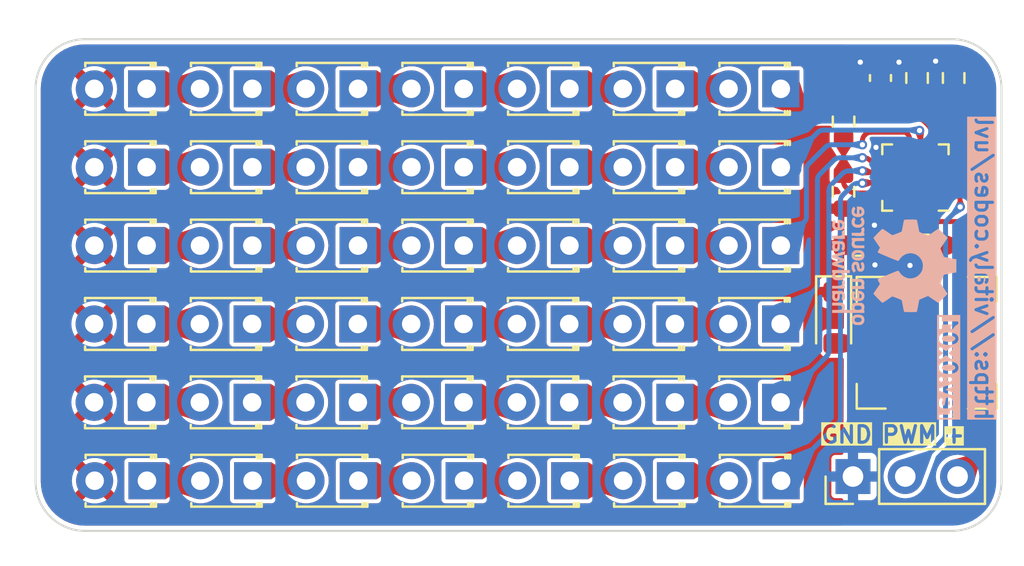
<source format=kicad_pcb>
(kicad_pcb (version 20221018) (generator pcbnew)
  (title_block (title "uvl") (date "2023-04-04") (rev "0x01"))
  (layers (0 "F.Cu" signal) (31 "B.Cu" signal) (34 "B.Paste" user) (35 "F.Paste" user) (36 "B.SilkS" user "B.Silkscreen") (37 "F.SilkS" user "F.Silkscreen") (38 "B.Mask" user) (39 "F.Mask" user) (44 "Edge.Cuts" user))
  (net 0 "")
  (net 1 "GND")
  (net 2 "Net-(U1-COMP)")
  (net 3 "Net-(D1-K)")
  (net 4 "Net-(D1-A)")
  (net 5 "Net-(D2-A)")
  (net 6 "Net-(D3-A)")
  (net 7 "Net-(D4-A)")
  (net 8 "Net-(D5-A)")
  (net 9 "Net-(D6-A)")
  (net 10 "Net-(D8-K)")
  (net 11 "Net-(D8-A)")
  (net 12 "Net-(D10-K)")
  (net 13 "Net-(D10-A)")
  (net 14 "Net-(D11-A)")
  (net 15 "Net-(D12-A)")
  (net 16 "Net-(D13-A)")
  (net 17 "Net-(D15-K)")
  (net 18 "Net-(D15-A)")
  (net 19 "Net-(D16-A)")
  (net 20 "Net-(D17-A)")
  (net 21 "Net-(D18-A)")
  (net 22 "Net-(D19-A)")
  (net 23 "Net-(D20-A)")
  (net 24 "Net-(D22-K)")
  (net 25 "Net-(D22-A)")
  (net 26 "Net-(D23-A)")
  (net 27 "Net-(D24-A)")
  (net 28 "Net-(D25-A)")
  (net 29 "Net-(D26-A)")
  (net 30 "Net-(D27-A)")
  (net 31 "Net-(D29-K)")
  (net 32 "Net-(D29-A)")
  (net 33 "Net-(D30-A)")
  (net 34 "Net-(D31-A)")
  (net 35 "Net-(D32-A)")
  (net 36 "Net-(D33-A)")
  (net 37 "Net-(D34-A)")
  (net 38 "Net-(D36-K)")
  (net 39 "Net-(D36-A)")
  (net 40 "Net-(D37-A)")
  (net 41 "Net-(D38-A)")
  (net 42 "Net-(D39-A)")
  (net 43 "Net-(D40-A)")
  (net 44 "Net-(D41-A)")
  (net 45 "Net-(D43-A)")
  (net 46 "Net-(J1-Pin_2)")
  (net 47 "Net-(U1-ISET)")
  (net 48 "Net-(U1-MODE)")
  (net 49 "Net-(U1-OVP)")
  (net 51 "/LED_SWITCH")
  (net 52 "/V_IN")
  (footprint "LED_THT:LED_D1.8mm_W3.3mm_H2.4mm" (layer "F.Cu") (at 87.683028 77.2414 180)
    (fp_text reference "D6" hide)
    (fp_text value "LED")
    (pad "1" thru_hole rect (at 0 0 180) (size 1.8 1.8) (drill 0.9) (layers "*.Cu" "*.Mask") (net 8 "Net-(D5-A)"))
    (pad "2" thru_hole circle (at 2.54 0 180) (size 1.8 1.8) (drill 0.9) (layers "*.Cu" "*.Mask") (net 9 "Net-(D6-A)"))
  )
  (footprint "LED_THT:LED_D1.8mm_W3.3mm_H2.4mm" (layer "F.Cu") (at 103.067683 65.8114 180)
    (fp_text reference "D24" hide)
    (fp_text value "LED")
    (pad "1" thru_hole rect (at 0 0 180) (size 1.8 1.8) (drill 0.9) (layers "*.Cu" "*.Mask") (net 26 "Net-(D23-A)"))
    (pad "2" thru_hole circle (at 2.54 0 180) (size 1.8 1.8) (drill 0.9) (layers "*.Cu" "*.Mask") (net 27 "Net-(D24-A)"))
  )
  (footprint "Resistor_SMD:R_0603_1608Metric" (layer "F.Cu") (at 119.952535 57.664269 90)
    (fp_text reference "R1" hide)
    (fp_text value "50K")
    (pad "1" smd roundrect (at -0.825 0 90) (size 0.8 0.95) (layers "F.Cu" "F.Paste" "F.Mask") (net 47 "Net-(U1-ISET)"))
    (pad "2" smd roundrect (at 0.825 0 90) (size 0.8 0.95) (layers "F.Cu" "F.Paste" "F.Mask") (net 1 "GND"))
  )
  (footprint "Capacitor_SMD:C_0603_1608Metric" (layer "F.Cu") (at 118.175292 57.664269 90)
    (fp_text reference "C2" hide)
    (fp_text value "0.47uF")
    (pad "1" smd roundrect (at -0.775 0 90) (size 0.9 0.95) (layers "F.Cu" "F.Paste" "F.Mask") (net 2 "Net-(U1-COMP)"))
    (pad "2" smd roundrect (at 0.775 0 90) (size 0.9 0.95) (layers "F.Cu" "F.Paste" "F.Mask") (net 1 "GND"))
  )
  (footprint "Resistor_SMD:R_0603_1608Metric" (layer "F.Cu") (at 116.3828 59.7784 -90)
    (fp_text reference "R4" hide)
    (fp_text value "65K")
    (pad "1" smd roundrect (at -0.825 0 270) (size 0.8 0.95) (layers "F.Cu" "F.Paste" "F.Mask") (net 1 "GND"))
    (pad "2" smd roundrect (at 0.825 0 270) (size 0.8 0.95) (layers "F.Cu" "F.Paste" "F.Mask") (net 49 "Net-(U1-OVP)"))
  )
  (footprint "LED_THT:LED_D1.8mm_W3.3mm_H2.4mm" (layer "F.Cu") (at 103.058302 69.6214 180)
    (fp_text reference "D17" hide)
    (fp_text value "LED")
    (pad "1" thru_hole rect (at 0 0 180) (size 1.8 1.8) (drill 0.9) (layers "*.Cu" "*.Mask") (net 19 "Net-(D16-A)"))
    (pad "2" thru_hole circle (at 2.54 0 180) (size 1.8 1.8) (drill 0.9) (layers "*.Cu" "*.Mask") (net 20 "Net-(D17-A)"))
  )
  (footprint "LED_THT:LED_D1.8mm_W3.3mm_H2.4mm" (layer "F.Cu") (at 82.549472 77.2414 180)
    (fp_text reference "D7" hide)
    (fp_text value "LED")
    (pad "1" thru_hole rect (at 0 0 180) (size 1.8 1.8) (drill 0.9) (layers "*.Cu" "*.Mask") (net 9 "Net-(D6-A)"))
    (pad "2" thru_hole circle (at 2.54 0 180) (size 1.8 1.8) (drill 0.9) (layers "*.Cu" "*.Mask") (net 51 "/LED_SWITCH"))
  )
  (footprint "LED_THT:LED_D1.8mm_W3.3mm_H2.4mm" (layer "F.Cu") (at 82.533459 62.0014 180)
    (fp_text reference "D35" hide)
    (fp_text value "LED")
    (pad "1" thru_hole rect (at 0 0 180) (size 1.8 1.8) (drill 0.9) (layers "*.Cu" "*.Mask") (net 37 "Net-(D34-A)"))
    (pad "2" thru_hole circle (at 2.54 0 180) (size 1.8 1.8) (drill 0.9) (layers "*.Cu" "*.Mask") (net 51 "/LED_SWITCH"))
  )
  (footprint "LED_THT:LED_D1.8mm_W3.3mm_H2.4mm" (layer "F.Cu") (at 82.533459 65.8114 180)
    (fp_text reference "D28" hide)
    (fp_text value "LED")
    (pad "1" thru_hole rect (at 0 0 180) (size 1.8 1.8) (drill 0.9) (layers "*.Cu" "*.Mask") (net 30 "Net-(D27-A)"))
    (pad "2" thru_hole circle (at 2.54 0 180) (size 1.8 1.8) (drill 0.9) (layers "*.Cu" "*.Mask") (net 51 "/LED_SWITCH"))
  )
  (footprint "Inductor_SMD:L_Bourns-SRN6028" (layer "F.Cu") (at 120.4214 70.5358 180)
    (fp_text reference "L1" hide)
    (fp_text value "10uH")
    (pad "1" smd rect (at -2.35 0 180) (size 1.6 5.7) (layers "F.Cu" "F.Paste" "F.Mask") (net 52 "/V_IN"))
    (pad "2" smd rect (at 2.35 0 180) (size 1.6 5.7) (layers "F.Cu" "F.Paste" "F.Mask") (net 45 "Net-(D43-A)"))
  )
  (footprint "LED_THT:LED_D1.8mm_W3.3mm_H2.4mm" (layer "F.Cu") (at 108.217252 77.2414 180)
    (fp_text reference "D2" hide)
    (fp_text value "LED")
    (pad "1" thru_hole rect (at 0 0 180) (size 1.8 1.8) (drill 0.9) (layers "*.Cu" "*.Mask") (net 4 "Net-(D1-A)"))
    (pad "2" thru_hole circle (at 2.54 0 180) (size 1.8 1.8) (drill 0.9) (layers "*.Cu" "*.Mask") (net 5 "Net-(D2-A)"))
  )
  (footprint "LED_THT:LED_D1.8mm_W3.3mm_H2.4mm" (layer "F.Cu") (at 103.083696 77.2414 180)
    (fp_text reference "D3" hide)
    (fp_text value "LED")
    (pad "1" thru_hole rect (at 0 0 180) (size 1.8 1.8) (drill 0.9) (layers "*.Cu" "*.Mask") (net 5 "Net-(D2-A)"))
    (pad "2" thru_hole circle (at 2.54 0 180) (size 1.8 1.8) (drill 0.9) (layers "*.Cu" "*.Mask") (net 6 "Net-(D3-A)"))
  )
  (footprint "LED_THT:LED_D1.8mm_W3.3mm_H2.4mm" (layer "F.Cu") (at 92.800571 62.0014 180)
    (fp_text reference "D33" hide)
    (fp_text value "LED")
    (pad "1" thru_hole rect (at 0 0 180) (size 1.8 1.8) (drill 0.9) (layers "*.Cu" "*.Mask") (net 35 "Net-(D32-A)"))
    (pad "2" thru_hole circle (at 2.54 0 180) (size 1.8 1.8) (drill 0.9) (layers "*.Cu" "*.Mask") (net 36 "Net-(D33-A)"))
  )
  (footprint "LED_THT:LED_D1.8mm_W3.3mm_H2.4mm" (layer "F.Cu") (at 92.816584 77.2414 180)
    (fp_text reference "D5" hide)
    (fp_text value "LED")
    (pad "1" thru_hole rect (at 0 0 180) (size 1.8 1.8) (drill 0.9) (layers "*.Cu" "*.Mask") (net 7 "Net-(D4-A)"))
    (pad "2" thru_hole circle (at 2.54 0 180) (size 1.8 1.8) (drill 0.9) (layers "*.Cu" "*.Mask") (net 8 "Net-(D5-A)"))
  )
  (footprint "LED_THT:LED_D1.8mm_W3.3mm_H2.4mm" (layer "F.Cu") (at 97.95014 77.2414 180)
    (fp_text reference "D4" hide)
    (fp_text value "LED")
    (pad "1" thru_hole rect (at 0 0 180) (size 1.8 1.8) (drill 0.9) (layers "*.Cu" "*.Mask") (net 6 "Net-(D3-A)"))
    (pad "2" thru_hole circle (at 2.54 0 180) (size 1.8 1.8) (drill 0.9) (layers "*.Cu" "*.Mask") (net 7 "Net-(D4-A)"))
  )
  (footprint "LED_THT:LED_D1.8mm_W3.3mm_H2.4mm" (layer "F.Cu") (at 113.325419 69.6214 180)
    (fp_text reference "D15" hide)
    (fp_text value "LED")
    (pad "1" thru_hole rect (at 0 0 180) (size 1.8 1.8) (drill 0.9) (layers "*.Cu" "*.Mask") (net 17 "Net-(D15-K)"))
    (pad "2" thru_hole circle (at 2.54 0 180) (size 1.8 1.8) (drill 0.9) (layers "*.Cu" "*.Mask") (net 18 "Net-(D15-A)"))
  )
  (footprint "LED_THT:LED_D1.8mm_W3.3mm_H2.4mm" (layer "F.Cu") (at 92.800571 65.8114 180)
    (fp_text reference "D26" hide)
    (fp_text value "LED")
    (pad "1" thru_hole rect (at 0 0 180) (size 1.8 1.8) (drill 0.9) (layers "*.Cu" "*.Mask") (net 28 "Net-(D25-A)"))
    (pad "2" thru_hole circle (at 2.54 0 180) (size 1.8 1.8) (drill 0.9) (layers "*.Cu" "*.Mask") (net 29 "Net-(D26-A)"))
  )
  (footprint "Capacitor_SMD:C_0603_1608Metric" (layer "F.Cu") (at 117.127084 65.794917)
    (fp_text reference "C3" hide)
    (fp_text value "10uF")
    (pad "1" smd roundrect (at -0.775 0) (size 0.9 0.95) (layers "F.Cu" "F.Paste" "F.Mask") (net 51 "/LED_SWITCH"))
    (pad "2" smd roundrect (at 0.775 0) (size 0.9 0.95) (layers "F.Cu" "F.Paste" "F.Mask") (net 1 "GND"))
  )
  (footprint "LED_THT:LED_D1.8mm_W3.3mm_H2.4mm" (layer "F.Cu") (at 108.201239 62.0014 180)
    (fp_text reference "D30" hide)
    (fp_text value "LED")
    (pad "1" thru_hole rect (at 0 0 180) (size 1.8 1.8) (drill 0.9) (layers "*.Cu" "*.Mask") (net 32 "Net-(D29-A)"))
    (pad "2" thru_hole circle (at 2.54 0 180) (size 1.8 1.8) (drill 0.9) (layers "*.Cu" "*.Mask") (net 33 "Net-(D30-A)"))
  )
  (footprint "LED_THT:LED_D1.8mm_W3.3mm_H2.4mm" (layer "F.Cu") (at 108.201239 65.8114 180)
    (fp_text reference "D23" hide)
    (fp_text value "LED")
    (pad "1" thru_hole rect (at 0 0 180) (size 1.8 1.8) (drill 0.9) (layers "*.Cu" "*.Mask") (net 25 "Net-(D22-A)"))
    (pad "2" thru_hole circle (at 2.54 0 180) (size 1.8 1.8) (drill 0.9) (layers "*.Cu" "*.Mask") (net 26 "Net-(D23-A)"))
  )
  (footprint "LED_THT:LED_D1.8mm_W3.3mm_H2.4mm" (layer "F.Cu") (at 97.934127 58.1914 180)
    (fp_text reference "D39" hide)
    (fp_text value "LED")
    (pad "1" thru_hole rect (at 0 0 180) (size 1.8 1.8) (drill 0.9) (layers "*.Cu" "*.Mask") (net 41 "Net-(D38-A)"))
    (pad "2" thru_hole circle (at 2.54 0 180) (size 1.8 1.8) (drill 0.9) (layers "*.Cu" "*.Mask") (net 42 "Net-(D39-A)"))
  )
  (footprint "Resistor_SMD:R_0603_1608Metric" (layer "F.Cu") (at 121.729777 57.664269 90)
    (fp_text reference "R2" hide)
    (fp_text value "1M")
    (pad "1" smd roundrect (at -0.825 0 90) (size 0.8 0.95) (layers "F.Cu" "F.Paste" "F.Mask") (net 48 "Net-(U1-MODE)"))
    (pad "2" smd roundrect (at 0.825 0 90) (size 0.8 0.95) (layers "F.Cu" "F.Paste" "F.Mask") (net 1 "GND"))
  )
  (footprint "LED_THT:LED_D1.8mm_W3.3mm_H2.4mm" (layer "F.Cu") (at 103.067683 62.0014 180)
    (fp_text reference "D31" hide)
    (fp_text value "LED")
    (pad "1" thru_hole rect (at 0 0 180) (size 1.8 1.8) (drill 0.9) (layers "*.Cu" "*.Mask") (net 33 "Net-(D30-A)"))
    (pad "2" thru_hole circle (at 2.54 0 180) (size 1.8 1.8) (drill 0.9) (layers "*.Cu" "*.Mask") (net 34 "Net-(D31-A)"))
  )
  (footprint "LED_THT:LED_D1.8mm_W3.3mm_H2.4mm" (layer "F.Cu") (at 82.524078 73.4314 180)
    (fp_text reference "D14" hide)
    (fp_text value "LED")
    (pad "1" thru_hole rect (at 0 0 180) (size 1.8 1.8) (drill 0.9) (layers "*.Cu" "*.Mask") (net 16 "Net-(D13-A)"))
    (pad "2" thru_hole circle (at 2.54 0 180) (size 1.8 1.8) (drill 0.9) (layers "*.Cu" "*.Mask") (net 51 "/LED_SWITCH"))
  )
  (footprint "LED_THT:LED_D1.8mm_W3.3mm_H2.4mm" (layer "F.Cu") (at 97.934127 65.8114 180)
    (fp_text reference "D25" hide)
    (fp_text value "LED")
    (pad "1" thru_hole rect (at 0 0 180) (size 1.8 1.8) (drill 0.9) (layers "*.Cu" "*.Mask") (net 27 "Net-(D24-A)"))
    (pad "2" thru_hole circle (at 2.54 0 180) (size 1.8 1.8) (drill 0.9) (layers "*.Cu" "*.Mask") (net 28 "Net-(D25-A)"))
  )
  (footprint "LED_THT:LED_D1.8mm_W3.3mm_H2.4mm" (layer "F.Cu") (at 108.191858 69.6214 180)
    (fp_text reference "D16" hide)
    (fp_text value "LED")
    (pad "1" thru_hole rect (at 0 0 180) (size 1.8 1.8) (drill 0.9) (layers "*.Cu" "*.Mask") (net 18 "Net-(D15-A)"))
    (pad "2" thru_hole circle (at 2.54 0 180) (size 1.8 1.8) (drill 0.9) (layers "*.Cu" "*.Mask") (net 19 "Net-(D16-A)"))
  )
  (footprint "LED_THT:LED_D1.8mm_W3.3mm_H2.4mm" (layer "F.Cu") (at 113.3348 62.0014 180)
    (fp_text reference "D29" hide)
    (fp_text value "LED")
    (pad "1" thru_hole rect (at 0 0 180) (size 1.8 1.8) (drill 0.9) (layers "*.Cu" "*.Mask") (net 31 "Net-(D29-K)"))
    (pad "2" thru_hole circle (at 2.54 0 180) (size 1.8 1.8) (drill 0.9) (layers "*.Cu" "*.Mask") (net 32 "Net-(D29-A)"))
  )
  (footprint "LED_THT:LED_D1.8mm_W3.3mm_H2.4mm" (layer "F.Cu") (at 97.924746 73.4314 180)
    (fp_text reference "D11" hide)
    (fp_text value "LED")
    (pad "1" thru_hole rect (at 0 0 180) (size 1.8 1.8) (drill 0.9) (layers "*.Cu" "*.Mask") (net 13 "Net-(D10-A)"))
    (pad "2" thru_hole circle (at 2.54 0 180) (size 1.8 1.8) (drill 0.9) (layers "*.Cu" "*.Mask") (net 14 "Net-(D11-A)"))
  )
  (footprint "LED_THT:LED_D1.8mm_W3.3mm_H2.4mm" (layer "F.Cu") (at 108.201239 58.1914 180)
    (fp_text reference "D37" hide)
    (fp_text value "LED")
    (pad "1" thru_hole rect (at 0 0 180) (size 1.8 1.8) (drill 0.9) (layers "*.Cu" "*.Mask") (net 39 "Net-(D36-A)"))
    (pad "2" thru_hole circle (at 2.54 0 180) (size 1.8 1.8) (drill 0.9) (layers "*.Cu" "*.Mask") (net 40 "Net-(D37-A)"))
  )
  (footprint "LED_THT:LED_D1.8mm_W3.3mm_H2.4mm" (layer "F.Cu") (at 113.325419 73.4314 180)
    (fp_text reference "D8" hide)
    (fp_text value "LED")
    (pad "1" thru_hole rect (at 0 0 180) (size 1.8 1.8) (drill 0.9) (layers "*.Cu" "*.Mask") (net 10 "Net-(D8-K)"))
    (pad "2" thru_hole circle (at 2.54 0 180) (size 1.8 1.8) (drill 0.9) (layers "*.Cu" "*.Mask") (net 11 "Net-(D8-A)"))
  )
  (footprint "LED_THT:LED_D1.8mm_W3.3mm_H2.4mm" (layer "F.Cu") (at 103.067683 58.1914 180)
    (fp_text reference "D38" hide)
    (fp_text value "LED")
    (pad "1" thru_hole rect (at 0 0 180) (size 1.8 1.8) (drill 0.9) (layers "*.Cu" "*.Mask") (net 40 "Net-(D37-A)"))
    (pad "2" thru_hole circle (at 2.54 0 180) (size 1.8 1.8) (drill 0.9) (layers "*.Cu" "*.Mask") (net 41 "Net-(D38-A)"))
  )
  (footprint "LED_THT:LED_D1.8mm_W3.3mm_H2.4mm" (layer "F.Cu") (at 87.667015 62.0014 180)
    (fp_text reference "D34" hide)
    (fp_text value "LED")
    (pad "1" thru_hole rect (at 0 0 180) (size 1.8 1.8) (drill 0.9) (layers "*.Cu" "*.Mask") (net 36 "Net-(D33-A)"))
    (pad "2" thru_hole circle (at 2.54 0 180) (size 1.8 1.8) (drill 0.9) (layers "*.Cu" "*.Mask") (net 37 "Net-(D34-A)"))
  )
  (footprint "LED_THT:LED_D1.8mm_W3.3mm_H2.4mm" (layer "F.Cu") (at 113.3348 65.8114 180)
    (fp_text reference "D22" hide)
    (fp_text value "LED")
    (pad "1" thru_hole rect (at 0 0 180) (size 1.8 1.8) (drill 0.9) (layers "*.Cu" "*.Mask") (net 24 "Net-(D22-K)"))
    (pad "2" thru_hole circle (at 2.54 0 180) (size 1.8 1.8) (drill 0.9) (layers "*.Cu" "*.Mask") (net 25 "Net-(D22-A)"))
  )
  (footprint "LED_THT:LED_D1.8mm_W3.3mm_H2.4mm" (layer "F.Cu") (at 87.657634 69.6214 180)
    (fp_text reference "D20" hide)
    (fp_text value "LED")
    (pad "1" thru_hole rect (at 0 0 180) (size 1.8 1.8) (drill 0.9) (layers "*.Cu" "*.Mask") (net 22 "Net-(D19-A)"))
    (pad "2" thru_hole circle (at 2.54 0 180) (size 1.8 1.8) (drill 0.9) (layers "*.Cu" "*.Mask") (net 23 "Net-(D20-A)"))
  )
  (footprint "LED_THT:LED_D1.8mm_W3.3mm_H2.4mm" (layer "F.Cu") (at 97.934127 62.0014 180)
    (fp_text reference "D32" hide)
    (fp_text value "LED")
    (pad "1" thru_hole rect (at 0 0 180) (size 1.8 1.8) (drill 0.9) (layers "*.Cu" "*.Mask") (net 34 "Net-(D31-A)"))
    (pad "2" thru_hole circle (at 2.54 0 180) (size 1.8 1.8) (drill 0.9) (layers "*.Cu" "*.Mask") (net 35 "Net-(D32-A)"))
  )
  (footprint "LED_THT:LED_D1.8mm_W3.3mm_H2.4mm" (layer "F.Cu") (at 92.79119 73.4314 180)
    (fp_text reference "D12" hide)
    (fp_text value "LED")
    (pad "1" thru_hole rect (at 0 0 180) (size 1.8 1.8) (drill 0.9) (layers "*.Cu" "*.Mask") (net 14 "Net-(D11-A)"))
    (pad "2" thru_hole circle (at 2.54 0 180) (size 1.8 1.8) (drill 0.9) (layers "*.Cu" "*.Mask") (net 15 "Net-(D12-A)"))
  )
  (footprint "LED_THT:LED_D1.8mm_W3.3mm_H2.4mm" (layer "F.Cu") (at 87.667015 58.1914 180)
    (fp_text reference "D41" hide)
    (fp_text value "LED")
    (pad "1" thru_hole rect (at 0 0 180) (size 1.8 1.8) (drill 0.9) (layers "*.Cu" "*.Mask") (net 43 "Net-(D40-A)"))
    (pad "2" thru_hole circle (at 2.54 0 180) (size 1.8 1.8) (drill 0.9) (layers "*.Cu" "*.Mask") (net 44 "Net-(D41-A)"))
  )
  (footprint "LED_THT:LED_D1.8mm_W3.3mm_H2.4mm" (layer "F.Cu") (at 97.924746 69.6214 180)
    (fp_text reference "D18" hide)
    (fp_text value "LED")
    (pad "1" thru_hole rect (at 0 0 180) (size 1.8 1.8) (drill 0.9) (layers "*.Cu" "*.Mask") (net 20 "Net-(D17-A)"))
    (pad "2" thru_hole circle (at 2.54 0 180) (size 1.8 1.8) (drill 0.9) (layers "*.Cu" "*.Mask") (net 21 "Net-(D18-A)"))
  )
  (footprint "LED_THT:LED_D1.8mm_W3.3mm_H2.4mm" (layer "F.Cu") (at 92.79119 69.6214 180)
    (fp_text reference "D19" hide)
    (fp_text value "LED")
    (pad "1" thru_hole rect (at 0 0 180) (size 1.8 1.8) (drill 0.9) (layers "*.Cu" "*.Mask") (net 21 "Net-(D18-A)"))
    (pad "2" thru_hole circle (at 2.54 0 180) (size 1.8 1.8) (drill 0.9) (layers "*.Cu" "*.Mask") (net 22 "Net-(D19-A)"))
  )
  (footprint "LED_THT:LED_D1.8mm_W3.3mm_H2.4mm" (layer "F.Cu") (at 113.3348 58.1914 180)
    (fp_text reference "D36" hide)
    (fp_text value "LED")
    (pad "1" thru_hole rect (at 0 0 180) (size 1.8 1.8) (drill 0.9) (layers "*.Cu" "*.Mask") (net 38 "Net-(D36-K)"))
    (pad "2" thru_hole circle (at 2.54 0 180) (size 1.8 1.8) (drill 0.9) (layers "*.Cu" "*.Mask") (net 39 "Net-(D36-A)"))
  )
  (footprint "Package_DFN_QFN:QFN-16-1EP_3x3mm_P0.5mm_EP1.7x1.7mm" (layer "F.Cu") (at 119.872584 62.504917 180)
    (fp_text reference "U1" hide)
    (fp_text value "KTD3156B")
    (pad "1" smd roundrect (at -1.4625 -0.75 180) (size 0.825 0.25) (layers "F.Cu" "F.Paste" "F.Mask") (net 46 "Net-(J1-Pin_2)"))
    (pad "2" smd roundrect (at -1.4625 -0.25 180) (size 0.825 0.25) (layers "F.Cu" "F.Paste" "F.Mask"))
    (pad "3" smd roundrect (at -1.4625 0.25 180) (size 0.825 0.25) (layers "F.Cu" "F.Paste" "F.Mask") (net 47 "Net-(U1-ISET)"))
    (pad "4" smd roundrect (at -1.4625 0.75 180) (size 0.825 0.25) (layers "F.Cu" "F.Paste" "F.Mask") (net 2 "Net-(U1-COMP)"))
    (pad "5" smd roundrect (at -0.75 1.4625 180) (size 0.25 0.825) (layers "F.Cu" "F.Paste" "F.Mask") (net 38 "Net-(D36-K)"))
    (pad "6" smd roundrect (at -0.25 1.4625 180) (size 0.25 0.825) (layers "F.Cu" "F.Paste" "F.Mask") (net 31 "Net-(D29-K)"))
    (pad "7" smd roundrect (at 0.25 1.4625 180) (size 0.25 0.825) (layers "F.Cu" "F.Paste" "F.Mask") (net 24 "Net-(D22-K)"))
    (pad "8" smd roundrect (at 0.75 1.4625 180) (size 0.25 0.825) (layers "F.Cu" "F.Paste" "F.Mask") (net 1 "GND"))
    (pad "9" smd roundrect (at 1.4625 0.75 180) (size 0.825 0.25) (layers "F.Cu" "F.Paste" "F.Mask") (net 17 "Net-(D15-K)"))
    (pad "10" smd roundrect (at 1.4625 0.25 180) (size 0.825 0.25) (layers "F.Cu" "F.Paste" "F.Mask") (net 10 "Net-(D8-K)"))
    (pad "11" smd roundrect (at 1.4625 -0.25 180) (size 0.825 0.25) (layers "F.Cu" "F.Paste" "F.Mask") (net 3 "Net-(D1-K)"))
    (pad "12" smd roundrect (at 1.4625 -0.75 180) (size 0.825 0.25) (layers "F.Cu" "F.Paste" "F.Mask") (net 49 "Net-(U1-OVP)"))
    (pad "13" smd roundrect (at 0.75 -1.4625 180) (size 0.25 0.825) (layers "F.Cu" "F.Paste" "F.Mask") (net 1 "GND"))
    (pad "14" smd roundrect (at 0.25 -1.4625 180) (size 0.25 0.825) (layers "F.Cu" "F.Paste" "F.Mask") (net 45 "Net-(D43-A)"))
    (pad "15" smd roundrect (at -0.25 -1.4625 180) (size 0.25 0.825) (layers "F.Cu" "F.Paste" "F.Mask") (net 52 "/V_IN"))
    (pad "16" smd roundrect (at -0.75 -1.4625 180) (size 0.25 0.825) (layers "F.Cu" "F.Paste" "F.Mask") (net 48 "Net-(U1-MODE)"))
    (pad "17" smd rect (at 0 0 180) (size 1.7 1.7) (layers "F.Cu" "F.Mask") (net 1 "GND"))
  )
  (footprint "LED_THT:LED_D1.8mm_W3.3mm_H2.4mm" (layer "F.Cu") (at 103.058302 73.4314 180)
    (fp_text reference "D10" hide)
    (fp_text value "LED")
    (pad "1" thru_hole rect (at 0 0 180) (size 1.8 1.8) (drill 0.9) (layers "*.Cu" "*.Mask") (net 12 "Net-(D10-K)"))
    (pad "2" thru_hole circle (at 2.54 0 180) (size 1.8 1.8) (drill 0.9) (layers "*.Cu" "*.Mask") (net 13 "Net-(D10-A)"))
  )
  (footprint "LED_THT:LED_D1.8mm_W3.3mm_H2.4mm" (layer "F.Cu") (at 87.657634 73.4314 180)
    (fp_text reference "D13" hide)
    (fp_text value "LED")
    (pad "1" thru_hole rect (at 0 0 180) (size 1.8 1.8) (drill 0.9) (layers "*.Cu" "*.Mask") (net 15 "Net-(D12-A)"))
    (pad "2" thru_hole circle (at 2.54 0 180) (size 1.8 1.8) (drill 0.9) (layers "*.Cu" "*.Mask") (net 16 "Net-(D13-A)"))
  )
  (footprint "LED_THT:LED_D1.8mm_W3.3mm_H2.4mm" (layer "F.Cu") (at 108.191858 73.4314 180)
    (fp_text reference "D9" hide)
    (fp_text value "LED")
    (pad "1" thru_hole rect (at 0 0 180) (size 1.8 1.8) (drill 0.9) (layers "*.Cu" "*.Mask") (net 11 "Net-(D8-A)"))
    (pad "2" thru_hole circle (at 2.54 0 180) (size 1.8 1.8) (drill 0.9) (layers "*.Cu" "*.Mask") (net 12 "Net-(D10-K)"))
  )
  (footprint "LED_THT:LED_D1.8mm_W3.3mm_H2.4mm" (layer "F.Cu") (at 92.800571 58.1914 180)
    (fp_text reference "D40" hide)
    (fp_text value "LED")
    (pad "1" thru_hole rect (at 0 0 180) (size 1.8 1.8) (drill 0.9) (layers "*.Cu" "*.Mask") (net 42 "Net-(D39-A)"))
    (pad "2" thru_hole circle (at 2.54 0 180) (size 1.8 1.8) (drill 0.9) (layers "*.Cu" "*.Mask") (net 43 "Net-(D40-A)"))
  )
  (footprint "Diode_SMD:D_SOD-323_HandSoldering" (layer "F.Cu") (at 115.9002 69.3166 -90)
    (fp_text reference "D43" hide)
    (fp_text value "CUS05F40")
    (pad "1" smd roundrect (at -1.25 0 270) (size 1 1) (layers "F.Cu" "F.Paste" "F.Mask") (net 51 "/LED_SWITCH"))
    (pad "2" smd roundrect (at 1.25 0 270) (size 1 1) (layers "F.Cu" "F.Paste" "F.Mask") (net 45 "Net-(D43-A)"))
  )
  (footprint "LED_THT:LED_D1.8mm_W3.3mm_H2.4mm" (layer "F.Cu") (at 113.350813 77.2414 180)
    (fp_text reference "D1" hide)
    (fp_text value "LED")
    (pad "1" thru_hole rect (at 0 0 180) (size 1.8 1.8) (drill 0.9) (layers "*.Cu" "*.Mask") (net 3 "Net-(D1-K)"))
    (pad "2" thru_hole circle (at 2.54 0 180) (size 1.8 1.8) (drill 0.9) (layers "*.Cu" "*.Mask") (net 4 "Net-(D1-A)"))
  )
  (footprint "LED_THT:LED_D1.8mm_W3.3mm_H2.4mm" (layer "F.Cu") (at 82.524078 69.6214 180)
    (fp_text reference "D21" hide)
    (fp_text value "LED")
    (pad "1" thru_hole rect (at 0 0 180) (size 1.8 1.8) (drill 0.9) (layers "*.Cu" "*.Mask") (net 23 "Net-(D20-A)"))
    (pad "2" thru_hole circle (at 2.54 0 180) (size 1.8 1.8) (drill 0.9) (layers "*.Cu" "*.Mask") (net 51 "/LED_SWITCH"))
  )
  (footprint "LED_THT:LED_D1.8mm_W3.3mm_H2.4mm" (layer "F.Cu") (at 82.533459 58.1914 180)
    (fp_text reference "D42" hide)
    (fp_text value "LED")
    (pad "1" thru_hole rect (at 0 0 180) (size 1.8 1.8) (drill 0.9) (layers "*.Cu" "*.Mask") (net 44 "Net-(D41-A)"))
    (pad "2" thru_hole circle (at 2.54 0 180) (size 1.8 1.8) (drill 0.9) (layers "*.Cu" "*.Mask") (net 51 "/LED_SWITCH"))
  )
  (footprint "LED_THT:LED_D1.8mm_W3.3mm_H2.4mm" (layer "F.Cu") (at 87.667015 65.8114 180)
    (fp_text reference "D27" hide)
    (fp_text value "LED")
    (pad "1" thru_hole rect (at 0 0 180) (size 1.8 1.8) (drill 0.9) (layers "*.Cu" "*.Mask") (net 29 "Net-(D26-A)"))
    (pad "2" thru_hole circle (at 2.54 0 180) (size 1.8 1.8) (drill 0.9) (layers "*.Cu" "*.Mask") (net 30 "Net-(D27-A)"))
  )
  (footprint "Capacitor_SMD:C_0603_1608Metric" (layer "F.Cu") (at 120.396 65.794917 180)
    (fp_text reference "C1" hide)
    (fp_text value "10uF")
    (pad "1" smd roundrect (at -0.775 0 180) (size 0.9 0.95) (layers "F.Cu" "F.Paste" "F.Mask") (net 52 "/V_IN"))
    (pad "2" smd roundrect (at 0.775 0 180) (size 0.9 0.95) (layers "F.Cu" "F.Paste" "F.Mask") (net 1 "GND"))
  )
  (footprint "Connector_PinHeader_2.54mm:PinHeader_1x03_P2.54mm_Vertical" (layer "F.Cu") (at 116.84 77.0382 90)
    (fp_text reference "J1" hide)
    (fp_text value "Control")
    (pad "1" thru_hole rect (at 0 0 90) (size 1.7 1.7) (drill 1) (layers "*.Cu" "*.Mask") (net 1 "GND"))
    (pad "2" thru_hole oval (at 0 2.54 90) (size 1.7 1.7) (drill 1) (layers "*.Cu" "*.Mask") (net 46 "Net-(J1-Pin_2)"))
    (pad "3" thru_hole oval (at 0 5.08 90) (size 1.7 1.7) (drill 1) (layers "*.Cu" "*.Mask") (net 52 "/V_IN"))
  )
  (footprint "Resistor_SMD:R_0603_1608Metric" (layer "F.Cu") (at 116.378084 63.191917 -90)
    (fp_text reference "R3" hide)
    (fp_text value "1M")
    (pad "1" smd roundrect (at -0.825 0 270) (size 0.8 0.95) (layers "F.Cu" "F.Paste" "F.Mask") (net 49 "Net-(U1-OVP)"))
    (pad "2" smd roundrect (at 0.825 0 270) (size 0.8 0.95) (layers "F.Cu" "F.Paste" "F.Mask") (net 51 "/LED_SWITCH"))
  )
  (footprint "Symbol:OSHW-Logo_5.7x6mm_SilkScreen" (layer "B.Cu") (at 118.8466 66.802 90)
    (fp_text reference "REF**" hide)
    (fp_text value "OSHW-Logo_5.7x6mm_SilkScreen" hide)
  )
  (gr_arc (start 77.1398 58.1784) (mid 77.842744 56.481344) (end 79.5398 55.7784) (stroke (width 0.1)) (layer "Edge.Cuts"))
  (gr_line (start 124.0536 58.1784) (end 124.0536 77.2798) (stroke (width 0.1)) (layer "Edge.Cuts"))
  (gr_arc (start 124.0536 77.2798) (mid 123.350656 78.976856) (end 121.6536 79.6798) (stroke (width 0.1)) (layer "Edge.Cuts"))
  (gr_line (start 77.1398 77.2798) (end 77.1398 58.1784) (stroke (width 0.1)) (layer "Edge.Cuts"))
  (gr_line (start 79.5398 55.7784) (end 121.6536 55.7784) (stroke (width 0.1)) (layer "Edge.Cuts"))
  (gr_line (start 121.6536 79.6798) (end 79.5398 79.6798) (stroke (width 0.1)) (layer "Edge.Cuts"))
  (gr_arc (start 79.5398 79.6798) (mid 77.842744 78.976856) (end 77.1398 77.2798) (stroke (width 0.1)) (layer "Edge.Cuts"))
  (gr_arc (start 121.6536 55.7784) (mid 123.350656 56.481344) (end 124.0536 58.1784) (stroke (width 0.1)) (layer "Edge.Cuts"))
  (gr_text "https://vitaly.codes/uvl" (at 122.7074 74.3966 270) (layer "B.SilkS" knockout) (effects (font (size 0.8 0.8) (thickness 0.15) bold) (justify left bottom mirror)))
  (gr_text "rev:0x01" (at 120.9802 74.3966 270) (layer "B.SilkS" knockout) (effects (font (size 0.8 0.8) (thickness 0.15) bold) (justify left bottom mirror)))
  (gr_text "+ " (at 122.9614 75.0062) (layer "F.SilkS" knockout) (effects (font (size 0.8 0.8) (thickness 0.16) bold) (justify right)))
  (gr_text "PWM" (at 121.0056 75.0062) (layer "F.SilkS" knockout) (effects (font (size 0.8 0.8) (thickness 0.16) bold) (justify right)))
  (gr_text "GND" (at 117.856 75.0062) (layer "F.SilkS" knockout) (effects (font (size 0.8 0.8) (thickness 0.16) bold) (justify right)))
  (segment (start 117.8814 65.774233) (end 117.902084 65.794917) (width 0.24) (layer "F.Cu") (net 1))
  (segment (start 117.1956 56.896) (end 117.202331 56.889269) (width 0.7) (layer "F.Cu") (net 1))
  (segment (start 118.099317 64.013792) (end 117.8814 64.231709) (width 0.32) (layer "F.Cu") (net 1))
  (segment (start 117.963817 61.042417) (end 119.122584 61.042417) (width 0.24) (layer "F.Cu") (net 1))
  (segment (start 120.847269 56.839269) (end 119.952535 56.839269) (width 0.7) (layer "F.Cu") (net 1))
  (segment (start 120.859131 56.839269) (end 120.8532 56.8452) (width 0.7) (layer "F.Cu") (net 1))
  (segment (start 117.902084 65.794917) (end 117.902084 66.746484) (width 0.7) (layer "F.Cu") (net 1))
  (segment (start 119.122584 61.042417) (end 119.122584 61.580947) (width 0.24) (layer "F.Cu") (net 1))
  (segment (start 117.1956 56.896) (end 116.98857 56.896) (width 0.7) (layer "F.Cu") (net 1))
  (segment (start 119.081931 56.889269) (end 119.902535 56.889269) (width 0.7) (layer "F.Cu") (net 1))
  (segment (start 119.068469 56.889269) (end 119.0752 56.896) (width 0.7) (layer "F.Cu") (net 1))
  (segment (start 119.621 65.794917) (end 119.621 66.7642) (width 0.7) (layer "F.Cu") (net 1))
  (segment (start 119.245599 64.787999) (end 119.497985 65.040385) (width 0.32) (layer "F.Cu") (net 1))
  (segment (start 119.122584 63.967417) (end 119.122584 64.491014) (width 0.24) (layer "F.Cu") (net 1))
  (segment (start 118.175292 56.889269) (end 119.068469 56.889269) (width 0.7) (layer "F.Cu") (net 1))
  (segment (start 119.0752 56.896) (end 119.081931 56.889269) (width 0.7) (layer "F.Cu") (net 1))
  (segment (start 121.729777 56.839269) (end 120.859131 56.839269) (width 0.7) (layer "F.Cu") (net 1))
  (segment (start 119.245599 63.131902) (end 119.872584 62.504917) (width 0.24) (layer "F.Cu") (net 1))
  (segment (start 116.691585 57.019015) (end 116.480415 57.230185) (width 0.7) (layer "F.Cu") (net 1))
  (segment (start 117.8814 64.231709) (end 117.8814 64.8208) (width 0.32) (layer "F.Cu") (net 1))
  (segment (start 120.8532 56.8452) (end 120.847269 56.839269) (width 0.7) (layer "F.Cu") (net 1))
  (segment (start 119.122584 63.967417) (end 118.299153 63.967417) (width 0.24) (layer "F.Cu") (net 1))
  (segment (start 116.3574 58.928) (end 116.3828 58.9534) (width 0.7) (layer "F.Cu") (net 1))
  (segment (start 117.902084 65.794917) (end 119.621 65.794917) (width 0.7) (layer "F.Cu") (net 1))
  (segment (start 119.621 65.33737) (end 119.621 65.794917) (width 0.24) (layer "F.Cu") (net 1))
  (segment (start 117.8814 64.8208) (end 117.8814 65.774233) (width 0.7) (layer "F.Cu") (net 1))
  (segment (start 119.245599 61.877932) (end 119.872584 62.504917) (width 0.24) (layer "F.Cu") (net 1))
  (segment (start 119.122584 63.967417) (end 119.122584 63.428887) (width 0.24) (layer "F.Cu") (net 1))
  (segment (start 117.202331 56.889269) (end 118.175292 56.889269) (width 0.7) (layer "F.Cu") (net 1))
  (segment (start 117.902084 66.746484) (end 117.9068 66.7512) (width 0.7) (layer "F.Cu") (net 1))
  (segment (start 117.9576 61.0362) (end 117.963817 61.042417) (width 0.24) (layer "F.Cu") (net 1))
  (segment (start 119.902535 56.889269) (end 119.952535 56.839269) (width 0.7) (layer "F.Cu") (net 1))
  (segment (start 119.621 66.7642) (end 119.6086 66.7766) (width 0.24) (layer "F.Cu") (net 1))
  (segment (start 116.3574 57.52717) (end 116.3574 58.928) (width 0.7) (layer "F.Cu") (net 1))
  (via (at 117.8814 64.8208) (size 0.4572) (drill 0.254) (layers "F.Cu" "B.Cu") (net 1))
  (via (at 117.1956 56.896) (size 0.4572) (drill 0.254) (layers "F.Cu" "B.Cu") (net 1))
  (via (at 117.9068 66.7512) (size 0.4572) (drill 0.254) (layers "F.Cu" "B.Cu") (net 1))
  (via (at 119.0752 56.896) (size 0.4572) (drill 0.254) (layers "F.Cu" "B.Cu") (net 1))
  (via (at 117.9576 61.0362) (size 0.4572) (drill 0.254) (layers "F.Cu" "B.Cu") (net 1))
  (via (at 120.8532 56.8452) (size 0.4572) (drill 0.254) (layers "F.Cu" "B.Cu") (net 1))
  (via (at 119.6086 66.7766) (size 0.4572) (drill 0.254) (layers "F.Cu" "B.Cu") (net 1))
  (arc (start 119.621 65.33737) (mid 119.589029 65.176643) (end 119.497985 65.040385) (width 0.32) (layer "F.Cu") (net 1))
  (arc (start 119.245599 64.787999) (mid 119.154554 64.651741) (end 119.122584 64.491014) (width 0.24) (layer "F.Cu") (net 1))
  (arc (start 118.299153 63.967417) (mid 118.197027 63.980203) (end 118.099317 64.013792) (width 0.32) (layer "F.Cu") (net 1))
  (arc (start 116.691585 57.019015) (mid 116.827843 56.92797) (end 116.98857 56.896) (width 0.7) (layer "F.Cu") (net 1))
  (arc (start 119.245599 61.877932) (mid 119.154554 61.741674) (end 119.122584 61.580947) (width 0.24) (layer "F.Cu") (net 1))
  (arc (start 116.480415 57.230185) (mid 116.38937 57.366443) (end 116.3574 57.52717) (width 0.7) (layer "F.Cu") (net 1))
  (arc (start 119.245599 63.131902) (mid 119.154554 63.26816) (end 119.122584 63.428887) (width 0.24) (layer "F.Cu") (net 1))
  (segment (start 120.34903 59.2582) (end 119.168193 59.2582) (width 0.24) (layer "F.Cu") (net 2))
  (segment (start 118.871208 59.135185) (end 118.175292 58.439269) (width 0.24) (layer "F.Cu") (net 2))
  (segment (start 121.390585 60.125785) (end 120.646015 59.381215) (width 0.24) (layer "F.Cu") (net 2))
  (segment (start 121.335084 61.754917) (end 121.390585 61.699416) (width 0.24) (layer "F.Cu") (net 2))
  (segment (start 121.5136 61.402431) (end 121.5136 60.42277) (width 0.24) (layer "F.Cu") (net 2))
  (arc (start 120.646015 59.381215) (mid 120.509757 59.29017) (end 120.34903 59.2582) (width 0.24) (layer "F.Cu") (net 2))
  (arc (start 121.390585 60.125785) (mid 121.48163 60.262043) (end 121.5136 60.42277) (width 0.24) (layer "F.Cu") (net 2))
  (arc (start 121.390585 61.699416) (mid 121.48163 61.563158) (end 121.5136 61.402431) (width 0.24) (layer "F.Cu") (net 2))
  (arc (start 118.871208 59.135185) (mid 119.007466 59.22623) (end 119.168193 59.2582) (width 0.24) (layer "F.Cu") (net 2))
  (segment (start 117.3221 62.754917) (end 118.410084 62.754917) (width 0.24) (layer "F.Cu") (net 3))
  (segment (start 117.2972 62.779817) (end 117.3221 62.754917) (width 0.24) (layer "F.Cu") (net 3))
  (via (at 117.2972 62.779817) (size 0.4572) (drill 0.254) (layers "F.Cu" "B.Cu") (net 3))
  (segment (start 116.802168 62.902832) (end 116.353415 63.351585) (width 0.24) (layer "B.Cu") (net 3))
  (segment (start 117.2972 62.779817) (end 117.099153 62.779817) (width 0.24) (layer "B.Cu") (net 3))
  (segment (start 116.107385 74.484828) (end 113.350813 77.2414) (width 0.24) (layer "B.Cu") (net 3))
  (segment (start 116.2304 63.64857) (end 116.2304 74.187843) (width 0.24) (layer "B.Cu") (net 3))
  (arc (start 116.2304 74.187843) (mid 116.198429 74.34857) (end 116.107385 74.484828) (width 0.24) (layer "B.Cu") (net 3))
  (arc (start 117.099153 62.779817) (mid 116.938426 62.811788) (end 116.802168 62.902832) (width 0.24) (layer "B.Cu") (net 3))
  (arc (start 116.2304 63.64857) (mid 116.262371 63.487843) (end 116.353415 63.351585) (width 0.24) (layer "B.Cu") (net 3))
  (segment (start 110.810813 77.2414) (end 108.217252 77.2414) (width 0.7) (layer "F.Cu") (net 4))
  (segment (start 103.083696 77.2414) (end 105.677252 77.2414) (width 0.7) (layer "F.Cu") (net 5))
  (segment (start 97.95014 77.2414) (end 100.543696 77.2414) (width 0.7) (layer "F.Cu") (net 6))
  (segment (start 92.816584 77.2414) (end 95.41014 77.2414) (width 0.7) (layer "F.Cu") (net 7))
  (segment (start 87.683028 77.2414) (end 90.276584 77.2414) (width 0.7) (layer "F.Cu") (net 8))
  (segment (start 82.549472 77.2414) (end 85.143028 77.2414) (width 0.7) (layer "F.Cu") (net 9))
  (segment (start 117.2972 62.1792) (end 117.372917 62.254917) (width 0.24) (layer "F.Cu") (net 10))
  (segment (start 117.372917 62.254917) (end 118.410084 62.254917) (width 0.24) (layer "F.Cu") (net 10))
  (via (at 117.2972 62.1792) (size 0.4572) (drill 0.254) (layers "F.Cu" "B.Cu") (net 10))
  (segment (start 115.548585 71.208234) (end 113.325419 73.4314) (width 0.24) (layer "B.Cu") (net 10))
  (segment (start 117.2972 62.1792) (end 116.63297 62.1792) (width 0.24) (layer "B.Cu") (net 10))
  (segment (start 115.6716 63.14057) (end 115.6716 70.911249) (width 0.24) (layer "B.Cu") (net 10))
  (segment (start 116.335985 62.302215) (end 115.794615 62.843585) (width 0.24) (layer "B.Cu") (net 10))
  (arc (start 115.548585 71.208234) (mid 115.63963 71.071976) (end 115.6716 70.911249) (width 0.24) (layer "B.Cu") (net 10))
  (arc (start 116.335985 62.302215) (mid 116.472243 62.21117) (end 116.63297 62.1792) (width 0.24) (layer "B.Cu") (net 10))
  (arc (start 115.794615 62.843585) (mid 115.70357 62.979843) (end 115.6716 63.14057) (width 0.24) (layer "B.Cu") (net 10))
  (segment (start 108.191858 73.4314) (end 110.785419 73.4314) (width 0.7) (layer "F.Cu") (net 11))
  (segment (start 103.058302 73.4314) (end 105.651858 73.4314) (width 0.7) (layer "F.Cu") (net 12))
  (segment (start 97.924746 73.4314) (end 100.518302 73.4314) (width 0.7) (layer "F.Cu") (net 13))
  (segment (start 92.79119 73.4314) (end 95.384746 73.4314) (width 0.7) (layer "F.Cu") (net 14))
  (segment (start 87.657634 73.4314) (end 90.25119 73.4314) (width 0.7) (layer "F.Cu") (net 15))
  (segment (start 82.524078 73.4314) (end 85.117634 73.4314) (width 0.7) (layer "F.Cu") (net 16))
  (segment (start 117.2972 61.5442) (end 117.37723 61.5442) (width 0.24) (layer "F.Cu") (net 17))
  (segment (start 117.674215 61.667215) (end 117.761917 61.754917) (width 0.24) (layer "F.Cu") (net 17))
  (segment (start 117.761917 61.754917) (end 118.410084 61.754917) (width 0.24) (layer "F.Cu") (net 17))
  (via (at 117.2972 61.5442) (size 0.4572) (drill 0.254) (layers "F.Cu" "B.Cu") (net 17))
  (arc (start 117.37723 61.5442) (mid 117.537957 61.576171) (end 117.674215 61.667215) (width 0.24) (layer "F.Cu") (net 17))
  (segment (start 114.989785 67.957034) (end 113.325419 69.6214) (width 0.24) (layer "B.Cu") (net 17))
  (segment (start 117.2972 61.5442) (end 116.20117 61.5442) (width 0.24) (layer "B.Cu") (net 17))
  (segment (start 115.1128 62.63257) (end 115.1128 67.660049) (width 0.24) (layer "B.Cu") (net 17))
  (segment (start 115.904185 61.667215) (end 115.235815 62.335585) (width 0.24) (layer "B.Cu") (net 17))
  (arc (start 114.989785 67.957034) (mid 115.08083 67.820776) (end 115.1128 67.660049) (width 0.24) (layer "B.Cu") (net 17))
  (arc (start 115.235815 62.335585) (mid 115.14477 62.471843) (end 115.1128 62.63257) (width 0.24) (layer "B.Cu") (net 17))
  (arc (start 116.20117 61.5442) (mid 116.040443 61.576171) (end 115.904185 61.667215) (width 0.24) (layer "B.Cu") (net 17))
  (segment (start 110.785419 69.6214) (end 108.191858 69.6214) (width 0.7) (layer "F.Cu") (net 18))
  (segment (start 103.058302 69.6214) (end 105.651858 69.6214) (width 0.7) (layer "F.Cu") (net 19))
  (segment (start 97.924746 69.6214) (end 100.518302 69.6214) (width 0.7) (layer "F.Cu") (net 20))
  (segment (start 92.79119 69.6214) (end 95.384746 69.6214) (width 0.7) (layer "F.Cu") (net 21))
  (segment (start 87.657634 69.6214) (end 90.25119 69.6214) (width 0.7) (layer "F.Cu") (net 22))
  (segment (start 82.524078 69.6214) (end 85.117634 69.6214) (width 0.7) (layer "F.Cu") (net 23))
  (segment (start 119.4054 60.2996) (end 119.474138 60.368338) (width 0.24) (layer "F.Cu") (net 24))
  (segment (start 117.72517 60.2996) (end 119.4054 60.2996) (width 0.24) (layer "F.Cu") (net 24))
  (segment (start 119.597153 61.016986) (end 119.622584 61.042417) (width 0.24) (layer "F.Cu") (net 24))
  (segment (start 117.420215 60.430585) (end 117.428185 60.422615) (width 0.24) (layer "F.Cu") (net 24))
  (segment (start 117.2972 60.9092) (end 117.2972 60.72757) (width 0.24) (layer "F.Cu") (net 24))
  (segment (start 119.597153 60.665323) (end 119.597153 61.016986) (width 0.24) (layer "F.Cu") (net 24))
  (via (at 117.2972 60.9092) (size 0.4572) (drill 0.254) (layers "F.Cu" "B.Cu") (net 24))
  (arc (start 119.597153 60.665323) (mid 119.565182 60.504596) (end 119.474138 60.368338) (width 0.24) (layer "F.Cu") (net 24))
  (arc (start 117.420215 60.430585) (mid 117.32917 60.566843) (end 117.2972 60.72757) (width 0.24) (layer "F.Cu") (net 24))
  (arc (start 117.428185 60.422615) (mid 117.564443 60.33157) (end 117.72517 60.2996) (width 0.24) (layer "F.Cu") (net 24))
  (segment (start 117.2972 60.9092) (end 115.79477 60.9092) (width 0.24) (layer "B.Cu") (net 24))
  (segment (start 114.456385 64.689815) (end 113.3348 65.8114) (width 0.24) (layer "B.Cu") (net 24))
  (segment (start 114.5794 62.12457) (end 114.5794 64.39283) (width 0.24) (layer "B.Cu") (net 24))
  (segment (start 115.497785 61.032215) (end 114.702415 61.827585) (width 0.24) (layer "B.Cu") (net 24))
  (arc (start 115.79477 60.9092) (mid 115.634043 60.941171) (end 115.497785 61.032215) (width 0.24) (layer "B.Cu") (net 24))
  (arc (start 114.5794 64.39283) (mid 114.547429 64.553557) (end 114.456385 64.689815) (width 0.24) (layer "B.Cu") (net 24))
  (arc (start 114.702415 61.827585) (mid 114.61137 61.963843) (end 114.5794 62.12457) (width 0.24) (layer "B.Cu") (net 24))
  (segment (start 108.201239 65.8114) (end 110.7948 65.8114) (width 0.7) (layer "F.Cu") (net 25))
  (segment (start 105.661239 65.8114) (end 103.067683 65.8114) (width 0.7) (layer "F.Cu") (net 26))
  (segment (start 100.527683 65.8114) (end 97.934127 65.8114) (width 0.7) (layer "F.Cu") (net 27))
  (segment (start 95.394127 65.8114) (end 92.800571 65.8114) (width 0.7) (layer "F.Cu") (net 28))
  (segment (start 90.260571 65.8114) (end 87.667015 65.8114) (width 0.7) (layer "F.Cu") (net 29))
  (segment (start 85.127015 65.8114) (end 82.533459 65.8114) (width 0.7) (layer "F.Cu") (net 30))
  (segment (start 120.122584 60.266278) (end 120.122584 61.042417) (width 0.24) (layer "F.Cu") (net 31))
  (segment (start 120.072753 60.216447) (end 120.122584 60.266278) (width 0.24) (layer "F.Cu") (net 31))
  (via (at 120.072753 60.216447) (size 0.4572) (drill 0.254) (layers "F.Cu" "B.Cu") (net 31))
  (segment (start 113.4364 62.0014) (end 113.3348 62.0014) (width 0.24) (layer "B.Cu") (net 31))
  (segment (start 115.116785 60.321015) (end 113.4364 62.0014) (width 0.24) (layer "B.Cu") (net 31))
  (segment (start 120.072753 60.216447) (end 120.054306 60.198) (width 0.24) (layer "B.Cu") (net 31))
  (segment (start 120.054306 60.198) (end 115.41377 60.198) (width 0.24) (layer "B.Cu") (net 31))
  (arc (start 115.116785 60.321015) (mid 115.253043 60.22997) (end 115.41377 60.198) (width 0.24) (layer "B.Cu") (net 31))
  (segment (start 110.7948 62.0014) (end 108.201239 62.0014) (width 0.7) (layer "F.Cu") (net 32))
  (segment (start 103.067683 62.0014) (end 105.661239 62.0014) (width 0.7) (layer "F.Cu") (net 33))
  (segment (start 97.934127 62.0014) (end 100.527683 62.0014) (width 0.7) (layer "F.Cu") (net 34))
  (segment (start 92.800571 62.0014) (end 95.394127 62.0014) (width 0.7) (layer "F.Cu") (net 35))
  (segment (start 87.667015 62.0014) (end 90.260571 62.0014) (width 0.7) (layer "F.Cu") (net 36))
  (segment (start 82.533459 62.0014) (end 85.127015 62.0014) (width 0.7) (layer "F.Cu") (net 37))
  (segment (start 114.684985 59.541585) (end 113.3348 58.1914) (width 0.24) (layer "F.Cu") (net 38))
  (segment (start 120.499569 59.971369) (end 120.315815 59.787615) (width 0.24) (layer "F.Cu") (net 38))
  (segment (start 120.01883 59.6646) (end 114.98197 59.6646) (width 0.24) (layer "F.Cu") (net 38))
  (segment (start 120.622584 61.042417) (end 120.622584 60.268354) (width 0.24) (layer "F.Cu") (net 38))
  (arc (start 114.684985 59.541585) (mid 114.821243 59.63263) (end 114.98197 59.6646) (width 0.24) (layer "F.Cu") (net 38))
  (arc (start 120.499569 59.971369) (mid 120.590614 60.107627) (end 120.622584 60.268354) (width 0.24) (layer "F.Cu") (net 38))
  (arc (start 120.315815 59.787615) (mid 120.179557 59.69657) (end 120.01883 59.6646) (width 0.24) (layer "F.Cu") (net 38))
  (segment (start 108.201239 58.1914) (end 110.7948 58.1914) (width 0.7) (layer "F.Cu") (net 39))
  (segment (start 105.661239 58.1914) (end 103.067683 58.1914) (width 0.7) (layer "F.Cu") (net 40))
  (segment (start 100.527683 58.1914) (end 97.934127 58.1914) (width 0.7) (layer "F.Cu") (net 41))
  (segment (start 95.394127 58.1914) (end 92.800571 58.1914) (width 0.7) (layer "F.Cu") (net 42))
  (segment (start 90.260571 58.1914) (end 87.667015 58.1914) (width 0.7) (layer "F.Cu") (net 43))
  (segment (start 85.127015 58.1914) (end 82.533459 58.1914) (width 0.7) (layer "F.Cu") (net 44))
  (segment (start 115.9002 70.5666) (end 118.0406 70.5666) (width 0.7) (layer "F.Cu") (net 45))
  (segment (start 120.298385 65.191401) (end 119.745599 64.638615) (width 0.24) (layer "F.Cu") (net 45))
  (segment (start 119.782415 70.412785) (end 120.298385 69.896815) (width 0.7) (layer "F.Cu") (net 45))
  (segment (start 118.0714 70.5358) (end 119.48543 70.5358) (width 0.7) (layer "F.Cu") (net 45))
  (segment (start 120.4214 67.5132) (end 120.4214 65.488386) (width 0.24) (layer "F.Cu") (net 45))
  (segment (start 118.0406 70.5666) (end 118.0714 70.5358) (width 0.7) (layer "F.Cu") (net 45))
  (segment (start 119.622584 64.34163) (end 119.622584 63.967417) (width 0.24) (layer "F.Cu") (net 45))
  (segment (start 120.4214 69.59983) (end 120.4214 67.5132) (width 0.7) (layer "F.Cu") (net 45))
  (arc (start 119.782415 70.412785) (mid 119.646157 70.50383) (end 119.48543 70.5358) (width 0.7) (layer "F.Cu") (net 45))
  (arc (start 120.4214 69.59983) (mid 120.389429 69.760557) (end 120.298385 69.896815) (width 0.7) (layer "F.Cu") (net 45))
  (arc (start 120.4214 65.488386) (mid 120.389429 65.327659) (end 120.298385 65.191401) (width 0.24) (layer "F.Cu") (net 45))
  (arc (start 119.745599 64.638615) (mid 119.654554 64.502357) (end 119.622584 64.34163) (width 0.24) (layer "F.Cu") (net 45))
  (segment (start 121.827317 63.254917) (end 121.335084 63.254917) (width 0.24) (layer "F.Cu") (net 46))
  (segment (start 121.923985 63.351585) (end 121.827317 63.254917) (width 0.24) (layer "F.Cu") (net 46))
  (segment (start 122.047 63.9318) (end 122.047 63.64857) (width 0.24) (layer "F.Cu") (net 46))
  (via (at 122.047 63.9318) (size 0.4572) (drill 0.254) (layers "F.Cu" "B.Cu") (net 46))
  (arc (start 121.923985 63.351585) (mid 122.01503 63.487843) (end 122.047 63.64857) (width 0.24) (layer "F.Cu") (net 46))
  (segment (start 121.335084 64.817686) (end 121.335084 74.959946) (width 0.24) (layer "B.Cu") (net 46))
  (segment (start 119.4308 77.0382) (end 119.38 77.0382) (width 0.24) (layer "B.Cu") (net 46))
  (segment (start 122.047 63.9318) (end 121.458099 64.520701) (width 0.24) (layer "B.Cu") (net 46))
  (segment (start 121.212069 75.256931) (end 119.4308 77.0382) (width 0.24) (layer "B.Cu") (net 46))
  (arc (start 121.335084 74.959946) (mid 121.303132 75.120677) (end 121.212069 75.256931) (width 0.24) (layer "B.Cu") (net 46))
  (arc (start 121.335084 64.817686) (mid 121.367055 64.656959) (end 121.458099 64.520701) (width 0.24) (layer "B.Cu") (net 46))
  (segment (start 122.1994 61.90363) (end 122.1994 60.49897) (width 0.24) (layer "F.Cu") (net 47))
  (segment (start 122.076385 60.201985) (end 120.486684 58.612284) (width 0.24) (layer "F.Cu") (net 47))
  (segment (start 122.022083 62.254917) (end 122.076385 62.200615) (width 0.24) (layer "F.Cu") (net 47))
  (segment (start 120.189699 58.489269) (end 119.952535 58.489269) (width 0.24) (layer "F.Cu") (net 47))
  (segment (start 121.335084 62.254917) (end 122.022083 62.254917) (width 0.24) (layer "F.Cu") (net 47))
  (arc (start 122.1994 61.90363) (mid 122.167429 62.064357) (end 122.076385 62.200615) (width 0.24) (layer "F.Cu") (net 47))
  (arc (start 122.1994 60.49897) (mid 122.167429 60.338243) (end 122.076385 60.201985) (width 0.24) (layer "F.Cu") (net 47))
  (arc (start 120.189699 58.489269) (mid 120.350426 58.52124) (end 120.486684 58.612284) (width 0.24) (layer "F.Cu") (net 47))
  (segment (start 122.682 64.16423) (end 122.682 59.615462) (width 0.24) (layer "F.Cu") (net 48))
  (segment (start 121.05257 64.643) (end 122.20323 64.643) (width 0.24) (layer "F.Cu") (net 48))
  (segment (start 120.622584 63.967417) (end 120.622584 64.213014) (width 0.24) (layer "F.Cu") (net 48))
  (segment (start 122.558985 59.318477) (end 121.729777 58.489269) (width 0.24) (layer "F.Cu") (net 48))
  (segment (start 120.745599 64.509999) (end 120.755585 64.519985) (width 0.24) (layer "F.Cu") (net 48))
  (segment (start 122.500215 64.519985) (end 122.558985 64.461215) (width 0.24) (layer "F.Cu") (net 48))
  (arc (start 122.558985 59.318477) (mid 122.65003 59.454735) (end 122.682 59.615462) (width 0.24) (layer "F.Cu") (net 48))
  (arc (start 120.622584 64.213014) (mid 120.654555 64.373741) (end 120.745599 64.509999) (width 0.24) (layer "F.Cu") (net 48))
  (arc (start 122.20323 64.643) (mid 122.363957 64.611029) (end 122.500215 64.519985) (width 0.24) (layer "F.Cu") (net 48))
  (arc (start 122.558985 64.461215) (mid 122.65003 64.324957) (end 122.682 64.16423) (width 0.24) (layer "F.Cu") (net 48))
  (arc (start 121.05257 64.643) (mid 120.891843 64.611029) (end 120.755585 64.519985) (width 0.24) (layer "F.Cu") (net 48))
  (segment (start 116.3828 60.6034) (end 116.3828 62.362201) (width 0.24) (layer "F.Cu") (net 49))
  (segment (start 116.649702 63.131902) (end 116.501099 62.983299) (width 0.24) (layer "F.Cu") (net 49))
  (segment (start 118.410084 63.254917) (end 116.946687 63.254917) (width 0.24) (layer "F.Cu") (net 49))
  (segment (start 116.378084 62.686314) (end 116.378084 62.366917) (width 0.24) (layer "F.Cu") (net 49))
  (segment (start 116.3828 62.362201) (end 116.378084 62.366917) (width 0.24) (layer "F.Cu") (net 49))
  (arc (start 116.946687 63.254917) (mid 116.78596 63.222946) (end 116.649702 63.131902) (width 0.24) (layer "F.Cu") (net 49))
  (arc (start 116.378084 62.686314) (mid 116.410055 62.847041) (end 116.501099 62.983299) (width 0.24) (layer "F.Cu") (net 49))
  (segment (start 121.171 65.66817) (end 121.171 65.794917) (width 0.24) (layer "F.Cu") (net 52))
  (segment (start 122.051932 65.917932) (end 122.699185 66.565185) (width 0.7) (layer "F.Cu") (net 52))
  (segment (start 120.245599 64.568799) (end 121.047985 65.371185) (width 0.24) (layer "F.Cu") (net 52))
  (segment (start 120.122584 63.967417) (end 120.122584 64.271814) (width 0.24) (layer "F.Cu") (net 52))
  (segment (start 122.699185 76.259015) (end 121.92 77.0382) (width 0.7) (layer "F.Cu") (net 52))
  (segment (start 122.7714 70.5358) (end 122.8222 70.5866) (width 0.7) (layer "F.Cu") (net 52))
  (segment (start 122.8222 70.5866) (end 122.8222 75.96203) (width 0.7) (layer "F.Cu") (net 52))
  (segment (start 121.171 65.794917) (end 121.754947 65.794917) (width 0.7) (layer "F.Cu") (net 52))
  (segment (start 122.8222 70.485) (end 122.7714 70.5358) (width 0.7) (layer "F.Cu") (net 52))
  (segment (start 122.8222 66.86217) (end 122.8222 70.485) (width 0.7) (layer "F.Cu") (net 52))
  (arc (start 122.8222 75.96203) (mid 122.790229 76.122757) (end 122.699185 76.259015) (width 0.7) (layer "F.Cu") (net 52))
  (arc (start 121.047985 65.371185) (mid 121.13903 65.507443) (end 121.171 65.66817) (width 0.24) (layer "F.Cu") (net 52))
  (arc (start 120.245599 64.568799) (mid 120.154554 64.432541) (end 120.122584 64.271814) (width 0.24) (layer "F.Cu") (net 52))
  (arc (start 122.051932 65.917932) (mid 121.915674 65.826887) (end 121.754947 65.794917) (width 0.7) (layer "F.Cu") (net 52))
  (arc (start 122.8222 66.86217) (mid 122.790229 66.701443) (end 122.699185 66.565185) (width 0.7) (layer "F.Cu") (net 52))
  (zone (net 51) (net_name "/LED_SWITCH") (layer "F.Cu") (priority 2) (connect_pads (clearance 0.2)) (min_thickness 0.2) (fill yes (thermal_gap 0.3) (thermal_bridge_width 0.5))
    (polygon (pts (xy 76.3778 54.8132) (xy 116.459 54.6354) (xy 116.3574 80.4926) (xy 76.327 80.5688)))
  )
  (zone (net 1) (net_name "GND") (layer "B.Cu") (priority 1) (connect_pads (clearance 0.2)) (min_thickness 0.2) (fill yes (thermal_gap 0.3) (thermal_bridge_width 0.5))
    (polygon (pts (xy 75.4126 53.8734) (xy 125.1458 53.9496) (xy 125.1458 81.3816) (xy 75.4126 81.3054)))
  )
)
</source>
